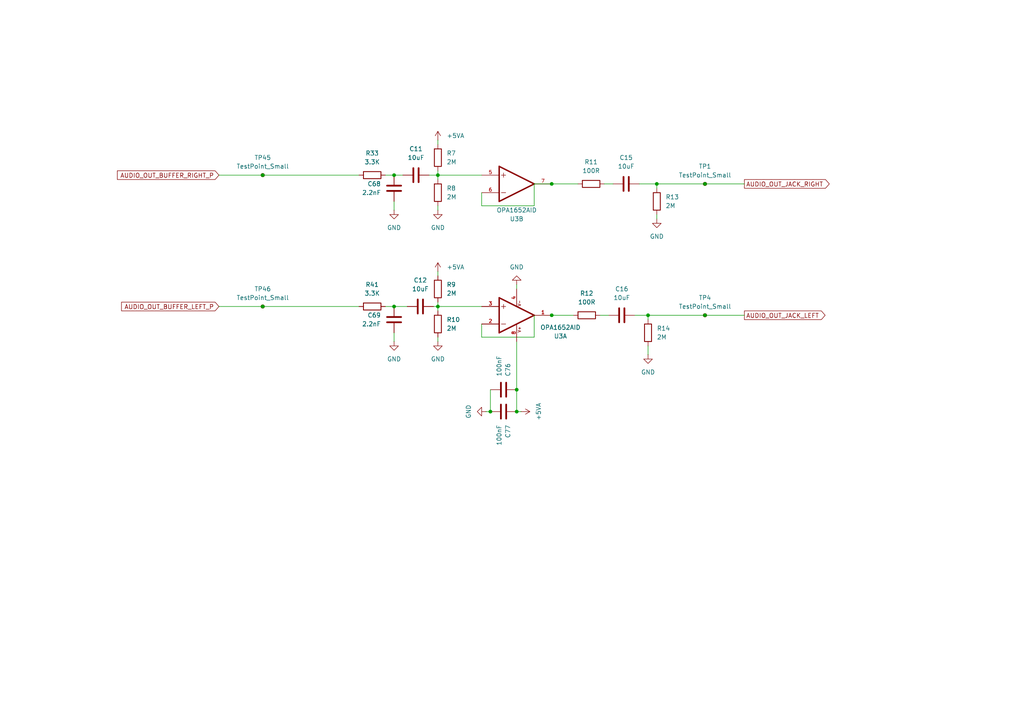
<source format=kicad_sch>
(kicad_sch (version 20250114) (generator "eeschema") (generator_version "9.0")
  (paper "A4")
  (lib_symbols
    (symbol "Connector:TestPoint_Small" (pin_numbers (hide yes)) (pin_names (offset 0.762) (hide yes))
      (property "Reference" "TP" (at 0 3.81 0))
      (property "Value" "TestPoint_Small" (at 0 2.032 0))
      (symbol "TestPoint_Small_0_1"
        (circle (center 0 0) (radius 0.508))
      )
      (symbol "TestPoint_Small_1_1"
        (pin passive line (at 0 0 90) (length 0) (name "1") (number "1"))
      )
    )
    (symbol "Device:C" (pin_numbers (hide yes)) (pin_names (offset 0.254))
      (property "Reference" "C" (at 0.635 2.54 0))
      (property "Value" "C" (at 0.635 -2.54 0))
      (symbol "C_0_1"
        (polyline (pts (xy -2.032 0.762) (xy 2.032 0.762)) (stroke (width 0.508)))
        (polyline (pts (xy -2.032 -0.762) (xy 2.032 -0.762)) (stroke (width 0.508)))
      )
      (symbol "C_1_1"
        (pin passive line (at 0 3.81 270) (length 2.794) (name "~") (number "1"))
        (pin passive line (at 0 -3.81 90) (length 2.794) (name "~") (number "2"))
      )
    )
    (symbol "Device:R" (pin_numbers (hide yes)) (pin_names (offset 0))
      (property "Reference" "R" (at 2.032 0 90))
      (property "Value" "R" (at 0 0 90))
      (symbol "R_0_1"
        (rectangle (start -1.016 -2.54) (end 1.016 2.54) (stroke (width 0.254)))
      )
      (symbol "R_1_1"
        (pin passive line (at 0 3.81 270) (length 1.27) (name "~") (number "1"))
        (pin passive line (at 0 -3.81 90) (length 1.27) (name "~") (number "2"))
      )
    )
    (symbol "OPA1652AID:OPA1652AID" (pin_names (offset 1.016))
      (property "Reference" "U" (at 5.08 3.175 0))
      (property "Value" "OPA1652AID" (at 5.08 -5.08 0))
      (symbol "OPA1652AID_1_0"
        (polyline (pts (xy -2.54 5.08) (xy -2.54 -5.08)) (stroke (width 0.4064)))
        (polyline (pts (xy -2.54 -5.08) (xy 7.62 0)) (stroke (width 0.4064)))
        (polyline (pts (xy -1.905 2.54) (xy -0.635 2.54)) (stroke (width 0.1524)))
        (polyline (pts (xy -1.905 -2.54) (xy -0.635 -2.54)) (stroke (width 0.1524)))
        (polyline (pts (xy -1.27 -1.905) (xy -1.27 -3.175)) (stroke (width 0.1524)))
        (polyline (pts (xy 7.62 0) (xy -2.54 5.08)) (stroke (width 0.4064)))
        (text "V+" (at 3.81 3.175 900) (effects (font (size 0.8128 0.8128)) (justify left bottom)))
        (text "V-" (at 3.81 -4.445 900) (effects (font (size 0.8128 0.8128)) (justify left bottom)))
        (pin input line (at -7.62 2.54 0) (length 5.08) (name "~") (number "2"))
        (pin input line (at -7.62 -2.54 0) (length 5.08) (name "~") (number "3"))
        (pin power_in line (at 2.54 7.62 270) (length 5.08) (name "~") (number "8"))
        (pin power_in line (at 2.54 -7.62 90) (length 5.08) (name "~") (number "4"))
        (pin output line (at 12.7 0 180) (length 5.08) (name "~") (number "1"))
      )
      (symbol "OPA1652AID_2_0"
        (polyline (pts (xy -2.54 5.08) (xy -2.54 -5.08)) (stroke (width 0.4064)))
        (polyline (pts (xy -2.54 -5.08) (xy 7.62 0)) (stroke (width 0.4064)))
        (polyline (pts (xy -1.905 2.54) (xy -0.635 2.54)) (stroke (width 0.1524)))
        (polyline (pts (xy -1.905 -2.54) (xy -0.635 -2.54)) (stroke (width 0.1524)))
        (polyline (pts (xy -1.27 -1.905) (xy -1.27 -3.175)) (stroke (width 0.1524)))
        (polyline (pts (xy 7.62 0) (xy -2.54 5.08)) (stroke (width 0.4064)))
        (pin input line (at -7.62 2.54 0) (length 5.08) (name "~") (number "6"))
        (pin input line (at -7.62 -2.54 0) (length 5.08) (name "~") (number "5"))
        (pin output line (at 12.7 0 180) (length 5.08) (name "~") (number "7"))
      )
    )
    (symbol "power:+5VA" (power) (pin_numbers (hide yes)) (pin_names (offset 0) (hide yes))
      (property "Value" "+5VA" (at 0 3.556 0))
      (symbol "+5VA_0_1"
        (polyline (pts (xy -0.762 1.27) (xy 0 2.54)))
        (polyline (pts (xy 0 2.54) (xy 0.762 1.27)))
        (polyline (pts (xy 0 0) (xy 0 2.54)))
      )
      (symbol "+5VA_1_1"
        (pin power_in line (at 0 0 90) (length 0) (name "~") (number "1"))
      )
    )
    (symbol "power:GND" (power) (pin_numbers (hide yes)) (pin_names (offset 0) (hide yes))
      (property "Value" "GND" (at 0 -3.81 0))
      (symbol "GND_0_1"
        (polyline (pts (xy 0 0) (xy 0 -1.27) (xy 1.27 -1.27) (xy 0 -2.54) (xy -1.27 -1.27) (xy 0 -1.27)))
      )
      (symbol "GND_1_1"
        (pin power_in line (at 0 0 270) (length 0) (name "~") (number "1"))
      )
    )
  )
  (junction (at 127 50.8))
  (junction (at 127 88.9))
  (junction (at 160.02 53.34))
  (junction (at 142.24 119.38))
  (junction (at 190.5 53.34))
  (junction (at 149.86 119.38))
  (junction (at 187.96 91.44))
  (junction (at 149.86 113.03))
  (junction (at 76.2 50.8))
  (junction (at 114.3 88.9))
  (junction (at 204.47 91.44))
  (junction (at 204.47 53.34))
  (junction (at 76.2 88.9))
  (junction (at 160.02 91.44))
  (junction (at 114.3 50.8))
  (wire (pts (xy 114.3 88.9) (xy 118.11 88.9)))
  (wire (pts (xy 127 50.8) (xy 127 49.53)))
  (wire (pts (xy 184.15 91.44) (xy 187.96 91.44)))
  (wire (pts (xy 204.47 53.34) (xy 215.9 53.34)))
  (wire (pts (xy 111.76 50.8) (xy 114.3 50.8)))
  (wire (pts (xy 140.97 119.38) (xy 142.24 119.38)))
  (wire (pts (xy 190.5 53.34) (xy 190.5 54.61)))
  (wire (pts (xy 127 50.8) (xy 127 52.07)))
  (wire (pts (xy 149.86 99.06) (xy 149.86 113.03)))
  (wire (pts (xy 187.96 91.44) (xy 187.96 92.71)))
  (wire (pts (xy 142.24 119.38) (xy 142.24 113.03)))
  (wire (pts (xy 76.2 50.8) (xy 104.14 50.8)))
  (wire (pts (xy 190.5 62.23) (xy 190.5 63.5)))
  (wire (pts (xy 114.3 50.8) (xy 116.84 50.8)))
  (wire (pts (xy 139.7 93.98) (xy 139.7 97.79)))
  (wire (pts (xy 63.5 50.8) (xy 76.2 50.8)))
  (wire (pts (xy 139.7 55.88) (xy 139.7 59.69)))
  (wire (pts (xy 76.2 88.9) (xy 104.14 88.9)))
  (wire (pts (xy 127 88.9) (xy 139.7 88.9)))
  (wire (pts (xy 127 88.9) (xy 127 87.63)))
  (wire (pts (xy 154.94 91.44) (xy 154.94 97.79)))
  (wire (pts (xy 111.76 88.9) (xy 114.3 88.9)))
  (wire (pts (xy 175.26 53.34) (xy 177.8 53.34)))
  (wire (pts (xy 190.5 53.34) (xy 204.47 53.34)))
  (wire (pts (xy 127 59.69) (xy 127 60.96)))
  (wire (pts (xy 187.96 91.44) (xy 204.47 91.44)))
  (wire (pts (xy 173.99 91.44) (xy 176.53 91.44)))
  (wire (pts (xy 154.94 53.34) (xy 160.02 53.34)))
  (wire (pts (xy 127 50.8) (xy 139.7 50.8)))
  (wire (pts (xy 151.13 119.38) (xy 149.86 119.38)))
  (wire (pts (xy 114.3 99.06) (xy 114.3 96.52)))
  (wire (pts (xy 204.47 91.44) (xy 215.9 91.44)))
  (wire (pts (xy 160.02 91.44) (xy 166.37 91.44)))
  (wire (pts (xy 187.96 100.33) (xy 187.96 102.87)))
  (wire (pts (xy 149.86 83.82) (xy 149.86 82.55)))
  (wire (pts (xy 149.86 113.03) (xy 149.86 119.38)))
  (wire (pts (xy 125.73 88.9) (xy 127 88.9)))
  (wire (pts (xy 154.94 97.79) (xy 139.7 97.79)))
  (wire (pts (xy 127 41.91) (xy 127 40.64)))
  (wire (pts (xy 154.94 91.44) (xy 160.02 91.44)))
  (wire (pts (xy 185.42 53.34) (xy 190.5 53.34)))
  (wire (pts (xy 154.94 59.69) (xy 139.7 59.69)))
  (wire (pts (xy 124.46 50.8) (xy 127 50.8)))
  (wire (pts (xy 160.02 53.34) (xy 167.64 53.34)))
  (wire (pts (xy 127 80.01) (xy 127 78.74)))
  (wire (pts (xy 127 88.9) (xy 127 90.17)))
  (wire (pts (xy 63.5 88.9) (xy 76.2 88.9)))
  (wire (pts (xy 127 97.79) (xy 127 99.06)))
  (wire (pts (xy 154.94 53.34) (xy 154.94 59.69)))
  (wire (pts (xy 114.3 58.42) (xy 114.3 60.96)))
  (global_label "AUDIO_OUT_JACK_RIGHT" (shape output) (at 215.9 53.34 0) (property "Intersheetrefs" "${INTERSHEET_REFS}" (effects (hide yes))))
  (global_label "AUDIO_OUT_BUFFER_LEFT_P" (shape input) (at 63.5 88.9 180) (property "Intersheetrefs" "${INTERSHEET_REFS}" (effects (hide yes))))
  (global_label "AUDIO_OUT_JACK_LEFT" (shape output) (at 215.9 91.44 0) (property "Intersheetrefs" "${INTERSHEET_REFS}" (effects (hide yes))))
  (global_label "AUDIO_OUT_BUFFER_RIGHT_P" (shape input) (at 63.5 50.8 180) (property "Intersheetrefs" "${INTERSHEET_REFS}" (effects (hide yes))))
  (symbol (lib_id "Device:R") (at 127 93.98 0) (unit 1)
    (property "Reference" "R10" (at 129.54 92.7099 0) (effects (justify left)))
    (property "Value" "2M" (at 129.54 95.2499 0) (effects (justify left)))
    (property "Footprint" "Resistor_SMD:R_0603_1608Metric" (effects (hide yes)))
  )
  (symbol (lib_id "Device:C") (at 146.05 119.38 270) (unit 1)
    (property "Reference" "C77" (at 147.3201 123.19 0) (effects (justify left)))
    (property "Value" "100nF" (at 144.7801 123.19 0) (effects (justify left)))
    (property "Footprint" "Capacitor_SMD:C_0603_1608Metric" (effects (hide yes)))
  )
  (symbol (lib_id "power:GND") (at 114.3 99.06 0) (unit 1)
    (property "Reference" "#PWR079" (effects (hide yes)))
    (property "Value" "GND" (at 114.3 104.14 0))
    (property "Description" "Power symbol creates a global label with name \"GND\" , ground" (effects (hide yes)))
  )
  (symbol (lib_id "Device:C") (at 120.65 50.8 270) (unit 1)
    (property "Reference" "C11" (at 120.65 43.18 90))
    (property "Value" "10uF" (at 120.65 45.72 90))
    (property "Footprint" "Capacitor_SMD:C_0603_1608Metric" (effects (hide yes)))
  )
  (symbol (lib_id "Device:R") (at 107.95 88.9 90) (unit 1)
    (property "Reference" "R41" (at 107.95 82.55 90))
    (property "Value" "3.3K" (at 107.95 85.09 90))
    (property "Footprint" "Resistor_SMD:R_0603_1608Metric" (effects (hide yes)))
  )
  (symbol (lib_id "OPA1652AID:OPA1652AID") (at 147.32 91.44 0) (mirror x) (unit 1)
    (property "Reference" "U3" (at 162.56 97.5108 0))
    (property "Value" "OPA1652AID" (at 162.56 94.9708 0))
    (property "Footprint" "OPA1652AID:SOIC127P599X175-8N" (effects (hide yes)))
    (property "MF" "Texas Instruments" (effects (hide yes)))
    (property "SNAPEDA_PACKAGE_ID" "10438" (effects (hide yes)))
    (property "Package" "SOIC-8 Texas Instruments" (effects (hide yes)))
    (property "Price" "None" (effects (hide yes)))
    (property "Check_prices" "https://www.snapeda.com/parts/OPA1652AID/Texas+Instruments/view-part/?ref=eda" (effects (hide yes)))
    (property "STANDARD" "IPC 7351B" (effects (hide yes)))
    (property "PARTREV" "B" (effects (hide yes)))
    (property "SnapEDA_Link" "https://www.snapeda.com/parts/OPA1652AID/Texas+Instruments/view-part/?ref=snap" (effects (hide yes)))
    (property "MP" "OPA1652AID" (effects (hide yes)))
    (property "Description_1" "Dual SoundPlus™ low-noise & distortion, general-purpose, FET-input audio op amp" (effects (hide yes)))
    (property "MANUFACTURER" "Texas Instruments" (effects (hide yes)))
    (property "Availability" "In Stock" (effects (hide yes)))
    (property "MAXIMUM_PACKAGE_HEIGHT" "1.75mm" (effects (hide yes)))
  )
  (symbol (lib_id "Connector:TestPoint_Small") (at 76.2 50.8 90) (unit 1)
    (property "Reference" "TP45" (at 76.2 45.72 90))
    (property "Value" "TestPoint_Small" (at 76.2 48.26 90))
    (property "Footprint" "TestPoint:TestPoint_Pad_D1.0mm" (effects (hide yes)))
    (property "Description" "test point" (effects (hide yes)))
  )
  (symbol (lib_id "Connector:TestPoint_Small") (at 204.47 53.34 90) (unit 1)
    (property "Reference" "TP1" (at 204.47 48.26 90))
    (property "Value" "TestPoint_Small" (at 204.47 50.8 90))
    (property "Footprint" "TestPoint:TestPoint_Pad_D1.0mm" (effects (hide yes)))
    (property "Description" "test point" (effects (hide yes)))
  )
  (symbol (lib_id "power:+5VA") (at 127 40.64 0) (unit 1)
    (property "Reference" "#PWR029" (effects (hide yes)))
    (property "Value" "+5VA" (at 129.54 39.3699 0) (effects (justify left)))
    (property "Description" "Power symbol creates a global label with name \"+5VA\"" (effects (hide yes)))
  )
  (symbol (lib_id "Device:R") (at 127 55.88 0) (unit 1)
    (property "Reference" "R8" (at 129.54 54.6099 0) (effects (justify left)))
    (property "Value" "2M" (at 129.54 57.1499 0) (effects (justify left)))
    (property "Footprint" "Resistor_SMD:R_0603_1608Metric" (effects (hide yes)))
  )
  (symbol (lib_id "power:+5VA") (at 127 78.74 0) (unit 1)
    (property "Reference" "#PWR027" (effects (hide yes)))
    (property "Value" "+5VA" (at 129.54 77.4699 0) (effects (justify left)))
    (property "Description" "Power symbol creates a global label with name \"+5VA\"" (effects (hide yes)))
  )
  (symbol (lib_id "power:GND") (at 127 99.06 0) (unit 1)
    (property "Reference" "#PWR015" (effects (hide yes)))
    (property "Value" "GND" (at 127 104.14 0))
    (property "Description" "Power symbol creates a global label with name \"GND\" , ground" (effects (hide yes)))
  )
  (symbol (lib_id "power:GND") (at 127 60.96 0) (unit 1)
    (property "Reference" "#PWR014" (effects (hide yes)))
    (property "Value" "GND" (at 127 66.04 0))
    (property "Description" "Power symbol creates a global label with name \"GND\" , ground" (effects (hide yes)))
  )
  (symbol (lib_id "Device:R") (at 127 83.82 0) (unit 1)
    (property "Reference" "R9" (at 129.54 82.5499 0) (effects (justify left)))
    (property "Value" "2M" (at 129.54 85.0899 0) (effects (justify left)))
    (property "Footprint" "Resistor_SMD:R_0603_1608Metric" (effects (hide yes)))
  )
  (symbol (lib_id "Device:R") (at 127 45.72 0) (unit 1)
    (property "Reference" "R7" (at 129.54 44.4499 0) (effects (justify left)))
    (property "Value" "2M" (at 129.54 46.9899 0) (effects (justify left)))
    (property "Footprint" "Resistor_SMD:R_0603_1608Metric" (effects (hide yes)))
  )
  (symbol (lib_id "Device:R") (at 107.95 50.8 90) (unit 1)
    (property "Reference" "R33" (at 107.95 44.45 90))
    (property "Value" "3.3K" (at 107.95 46.99 90))
    (property "Footprint" "Resistor_SMD:R_0603_1608Metric" (effects (hide yes)))
  )
  (symbol (lib_id "Connector:TestPoint_Small") (at 76.2 88.9 90) (unit 1)
    (property "Reference" "TP46" (at 76.2 83.82 90))
    (property "Value" "TestPoint_Small" (at 76.2 86.36 90))
    (property "Footprint" "TestPoint:TestPoint_Pad_D1.0mm" (effects (hide yes)))
    (property "Description" "test point" (effects (hide yes)))
  )
  (symbol (lib_id "Device:C") (at 114.3 92.71 0) (mirror y) (unit 1)
    (property "Reference" "C69" (at 110.49 91.4399 0) (effects (justify left)))
    (property "Value" "2.2nF" (at 110.49 93.9799 0) (effects (justify left)))
    (property "Footprint" "Capacitor_SMD:C_0603_1608Metric" (effects (hide yes)))
  )
  (symbol (lib_id "power:GND") (at 187.96 102.87 0) (unit 1)
    (property "Reference" "#PWR016" (effects (hide yes)))
    (property "Value" "GND" (at 187.96 107.95 0))
    (property "Description" "Power symbol creates a global label with name \"GND\" , ground" (effects (hide yes)))
  )
  (symbol (lib_id "power:GND") (at 190.5 63.5 0) (unit 1)
    (property "Reference" "#PWR013" (effects (hide yes)))
    (property "Value" "GND" (at 190.5 68.58 0))
    (property "Description" "Power symbol creates a global label with name \"GND\" , ground" (effects (hide yes)))
  )
  (symbol (lib_id "power:GND") (at 149.86 82.55 180) (unit 1)
    (property "Reference" "#PWR086" (effects (hide yes)))
    (property "Value" "GND" (at 149.86 77.47 0))
    (property "Description" "Power symbol creates a global label with name \"GND\" , ground" (effects (hide yes)))
  )
  (symbol (lib_id "Device:C") (at 181.61 53.34 90) (unit 1)
    (property "Reference" "C15" (at 181.61 45.72 90))
    (property "Value" "10uF" (at 181.61 48.26 90))
    (property "Footprint" "Capacitor_SMD:C_0603_1608Metric" (effects (hide yes)))
  )
  (symbol (lib_id "Device:C") (at 114.3 54.61 0) (mirror y) (unit 1)
    (property "Reference" "C68" (at 110.49 53.3399 0) (effects (justify left)))
    (property "Value" "2.2nF" (at 110.49 55.8799 0) (effects (justify left)))
    (property "Footprint" "Capacitor_SMD:C_0603_1608Metric" (effects (hide yes)))
  )
  (symbol (lib_id "Device:C") (at 180.34 91.44 90) (unit 1)
    (property "Reference" "C16" (at 180.34 83.82 90))
    (property "Value" "10uF" (at 180.34 86.36 90))
    (property "Footprint" "Capacitor_SMD:C_0603_1608Metric" (effects (hide yes)))
  )
  (symbol (lib_id "power:GND") (at 114.3 60.96 0) (unit 1)
    (property "Reference" "#PWR078" (effects (hide yes)))
    (property "Value" "GND" (at 114.3 66.04 0))
    (property "Description" "Power symbol creates a global label with name \"GND\" , ground" (effects (hide yes)))
  )
  (symbol (lib_id "power:+5VA") (at 151.13 119.38 270) (unit 1)
    (property "Reference" "#PWR038" (effects (hide yes)))
    (property "Value" "+5VA" (at 156.21 119.38 0))
    (property "Description" "Power symbol creates a global label with name \"+5VA\"" (effects (hide yes)))
  )
  (symbol (lib_id "Device:C") (at 146.05 113.03 270) (mirror x) (unit 1)
    (property "Reference" "C76" (at 147.3201 109.22 0) (effects (justify left)))
    (property "Value" "100nF" (at 144.7801 109.22 0) (effects (justify left)))
    (property "Footprint" "Capacitor_SMD:C_0603_1608Metric" (effects (hide yes)))
  )
  (symbol (lib_id "Device:R") (at 171.45 53.34 90) (unit 1)
    (property "Reference" "R11" (at 171.45 46.99 90))
    (property "Value" "100R" (at 171.45 49.53 90))
    (property "Footprint" "Resistor_SMD:R_0603_1608Metric" (effects (hide yes)))
  )
  (symbol (lib_id "power:GND") (at 140.97 119.38 270) (unit 1)
    (property "Reference" "#PWR026" (effects (hide yes)))
    (property "Value" "GND" (at 135.89 119.38 0))
    (property "Description" "Power symbol creates a global label with name \"GND\" , ground" (effects (hide yes)))
  )
  (symbol (lib_id "Device:R") (at 170.18 91.44 90) (unit 1)
    (property "Reference" "R12" (at 170.18 85.09 90))
    (property "Value" "100R" (at 170.18 87.63 90))
    (property "Footprint" "Resistor_SMD:R_0603_1608Metric" (effects (hide yes)))
  )
  (symbol (lib_id "Device:C") (at 121.92 88.9 270) (unit 1)
    (property "Reference" "C12" (at 121.92 81.28 90))
    (property "Value" "10uF" (at 121.92 83.82 90))
    (property "Footprint" "Capacitor_SMD:C_0603_1608Metric" (effects (hide yes)))
  )
  (symbol (lib_id "Connector:TestPoint_Small") (at 204.47 91.44 90) (unit 1)
    (property "Reference" "TP4" (at 204.47 86.36 90))
    (property "Value" "TestPoint_Small" (at 204.47 88.9 90))
    (property "Footprint" "TestPoint:TestPoint_Pad_D1.0mm" (effects (hide yes)))
    (property "Description" "test point" (effects (hide yes)))
  )
  (symbol (lib_id "Device:R") (at 190.5 58.42 0) (unit 1)
    (property "Reference" "R13" (at 193.04 57.1499 0) (effects (justify left)))
    (property "Value" "2M" (at 193.04 59.6899 0) (effects (justify left)))
    (property "Footprint" "Resistor_SMD:R_0603_1608Metric" (effects (hide yes)))
  )
  (symbol (lib_id "Device:R") (at 187.96 96.52 0) (unit 1)
    (property "Reference" "R14" (at 190.5 95.2499 0) (effects (justify left)))
    (property "Value" "2M" (at 190.5 97.7899 0) (effects (justify left)))
    (property "Footprint" "Resistor_SMD:R_0603_1608Metric" (effects (hide yes)))
  )
  (symbol (lib_id "OPA1652AID:OPA1652AID") (at 147.32 53.34 0) (mirror x) (unit 2)
    (property "Reference" "U3" (at 149.86 63.5 0))
    (property "Value" "OPA1652AID" (at 149.86 60.96 0))
    (property "Footprint" "OPA1652AID:SOIC127P599X175-8N" (effects (hide yes)))
    (property "MF" "Texas Instruments" (effects (hide yes)))
    (property "SNAPEDA_PACKAGE_ID" "10438" (effects (hide yes)))
    (property "Package" "SOIC-8 Texas Instruments" (effects (hide yes)))
    (property "Price" "None" (effects (hide yes)))
    (property "Check_prices" "https://www.snapeda.com/parts/OPA1652AID/Texas+Instruments/view-part/?ref=eda" (effects (hide yes)))
    (property "STANDARD" "IPC 7351B" (effects (hide yes)))
    (property "PARTREV" "B" (effects (hide yes)))
    (property "SnapEDA_Link" "https://www.snapeda.com/parts/OPA1652AID/Texas+Instruments/view-part/?ref=snap" (effects (hide yes)))
    (property "MP" "OPA1652AID" (effects (hide yes)))
    (property "Description_1" "Dual SoundPlus™ low-noise & distortion, general-purpose, FET-input audio op amp" (effects (hide yes)))
    (property "MANUFACTURER" "Texas Instruments" (effects (hide yes)))
    (property "Availability" "In Stock" (effects (hide yes)))
    (property "MAXIMUM_PACKAGE_HEIGHT" "1.75mm" (effects (hide yes)))
  )
)
</source>
